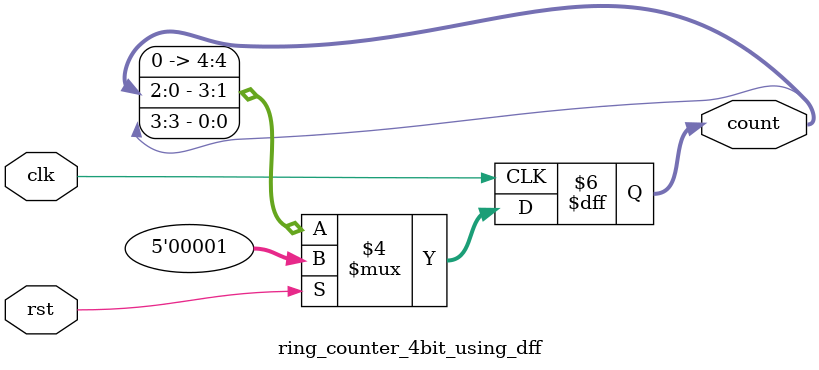
<source format=v>
module ring_counter_4bit_using_dff #(parameter width=4)(clk,rst,count);
  input clk,rst;
  output reg[width:0]count;
  always@(posedge clk)begin
     if(rst==1)
	   count <= 'd1;
	 else
	     count<={count[width-2:0],count[width-1]};
  end
endmodule

</source>
